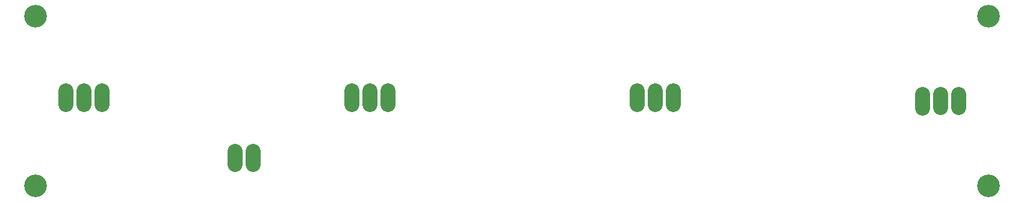
<source format=gbr>
G04 EAGLE Gerber X2 export*
%TF.Part,Single*%
%TF.FileFunction,Soldermask,Bot,1*%
%TF.FilePolarity,Negative*%
%TF.GenerationSoftware,Autodesk,EAGLE,8.7.1*%
%TF.CreationDate,2018-05-16T11:23:47Z*%
G75*
%MOMM*%
%FSLAX34Y34*%
%LPD*%
%AMOC8*
5,1,8,0,0,1.08239X$1,22.5*%
G01*
%ADD10C,3.203200*%
%ADD11C,2.133600*%
%ADD12C,2.082800*%


D10*
X30000Y30000D03*
X1370000Y30000D03*
X1370000Y270000D03*
X30000Y270000D03*
D11*
X72100Y164652D02*
X72100Y145348D01*
D12*
X97500Y145602D02*
X97500Y164398D01*
X122900Y164398D02*
X122900Y145602D01*
D11*
X473767Y145348D02*
X473767Y164652D01*
D12*
X499167Y164398D02*
X499167Y145602D01*
X524567Y145602D02*
X524567Y164398D01*
D11*
X875433Y164652D02*
X875433Y145348D01*
D12*
X900833Y145602D02*
X900833Y164398D01*
X926233Y164398D02*
X926233Y145602D01*
D11*
X1277100Y140348D02*
X1277100Y159652D01*
D12*
X1302500Y159398D02*
X1302500Y140602D01*
X1327900Y140602D02*
X1327900Y159398D01*
X310000Y79398D02*
X310000Y60602D01*
X335400Y60602D02*
X335400Y79398D01*
M02*

</source>
